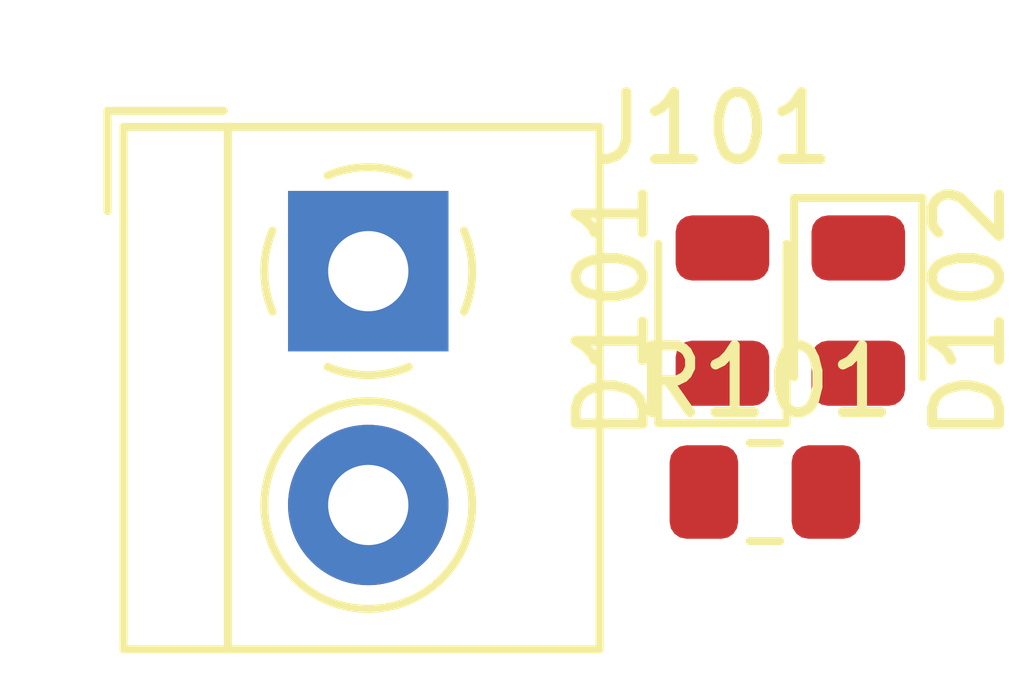
<source format=kicad_pcb>
(kicad_pcb (version 20240108) (generator "pcbnew") (generator_version "8.0")
  (layers (0 "F.Cu" signal) (31 "B.Cu" signal) (34 "B.Paste" user) (35 "F.Paste" user) (36 "B.SilkS" user "B.Silkscreen") (37 "F.SilkS" user "F.Silkscreen") (38 "B.Mask" user) (39 "F.Mask" user) (44 "Edge.Cuts" user))
  (net 0 "")
  (net 1 "Net-(D101-K)")
  (net 2 "/DCC1")
  (net 3 "/DCC0")
  (footprint "LED_SMD:LED_0805_2012Metric" (layer "F.Cu") (at 141.351 76.581 90)
    (property "Reference" "D101" (at 0 -1.65 90) (layer "F.SilkS"))
    (property "Value" "LED_YELLOW")
    (fp_line (start 1 -0.96) (end -1.684999 -0.96) (stroke (width 0.12)) (layer "F.SilkS"))
    (fp_line (start -1.684999 -0.96) (end -1.684999 0.96) (stroke (width 0.12)) (layer "F.SilkS"))
    (fp_line (start -1.684999 0.96) (end 1 0.96) (stroke (width 0.12)) (layer "F.SilkS"))
    (pad "1" smd roundrect (at -0.937501 0 90) (size 0.975 1.4) (layers "F.Cu" "F.Paste" "F.Mask") (net 1 "Net-(D101-K)"))
    (pad "2" smd roundrect (at 0.937501 0 90) (size 0.975 1.4) (layers "F.Cu" "F.Paste" "F.Mask") (net 2 "/DCC1"))
  )
  (footprint "Resistor_SMD:R_0805_2012Metric" (layer "F.Cu") (at 141.986 79.2965)
    (property "Reference" "R101" (at 0 -1.65 0) (layer "F.SilkS"))
    (property "Value" "10k")
    (fp_line (start -0.227064 -0.735) (end 0.227064 -0.735) (stroke (width 0.12)) (layer "F.SilkS"))
    (fp_line (start -0.227064 0.735) (end 0.227064 0.735) (stroke (width 0.12)) (layer "F.SilkS"))
    (pad "1" smd roundrect (at -0.9125 0) (size 1.025 1.4) (layers "F.Cu" "F.Paste" "F.Mask") (roundrect_rratio 0.243902) (net 3 "/DCC0"))
    (pad "2" smd roundrect (at 0.9125 0) (size 1.025 1.4) (layers "F.Cu" "F.Paste" "F.Mask") (roundrect_rratio 0.243902) (net 1 "Net-(D101-K)"))
  )
  (footprint "TerminalBlock_4Ucon:TerminalBlock_4Ucon_1x02_P3.50mm_Horizontal" (layer "F.Cu") (at 136.0535 75.991 -90)
    (property "Reference" "J101" (at -2.133998 -5.1455 0) (layer "F.SilkS"))
    (property "Value" "Conn_01x02")
    (fp_line (start -2.4 3.9) (end -0.900001 3.9) (stroke (width 0.12)) (layer "F.SilkS"))
    (fp_line (start -2.16 3.66) (end 5.66 3.66) (stroke (width 0.12)) (layer "F.SilkS"))
    (fp_line (start -2.4 2.16) (end -2.4 3.9) (stroke (width 0.12)) (layer "F.SilkS"))
    (fp_line (start -2.16 2.1) (end 5.66 2.1) (stroke (width 0.12)) (layer "F.SilkS"))
    (fp_line (start -2.16 -3.46) (end -2.16 3.66) (stroke (width 0.12)) (layer "F.SilkS"))
    (fp_line (start -2.16 -3.46) (end 5.66 -3.46) (stroke (width 0.12)) (layer "F.SilkS"))
    (fp_line (start 5.66 -3.46) (end 5.66 3.66) (stroke (width 0.12)) (layer "F.SilkS"))
    (fp_arc (start 0.027011 1.555493) (mid -0.296984 1.527118) (end -0.608 1.432) (stroke (width 0.12)) (layer "F.SilkS"))
    (fp_arc (start 0.607587 1.431385) (mid 0.310017 1.523783) (end 0 1.555) (stroke (width 0.12)) (layer "F.SilkS"))
    (fp_arc (start -1.432108 0.607742) (mid -1.555726 -0.00014) (end -1.432 -0.608) (stroke (width 0.12)) (layer "F.SilkS"))
    (fp_arc (start 1.432108 -0.607742) (mid 1.555726 0.00014) (end 1.432 0.608) (stroke (width 0.12)) (layer "F.SilkS"))
    (fp_arc (start -0.607742 -1.432108) (mid 0.00014 -1.555726) (end 0.608 -1.432) (stroke (width 0.12)) (layer "F.SilkS"))
    (fp_circle (center 3.5 0) (end 5.055 0) (stroke (width 0.12)) (fill none) (layer "F.SilkS"))
    (pad "1" thru_hole rect (at 0 0 270) (size 2.4 2.4) (drill 1.2) (layers "*.Cu" "*.Mask") (net 2 "/DCC1"))
    (pad "2" thru_hole circle (at 3.5 0 270) (size 2.4 2.4) (drill 1.2) (layers "*.Cu" "*.Mask") (net 3 "/DCC0"))
  )
  (footprint "LED_SMD:LED_0805_2012Metric" (layer "F.Cu") (at 143.383 76.581 -90)
    (property "Reference" "D102" (at 0 -1.65 90) (layer "F.SilkS"))
    (property "Value" "LED_WHITE")
    (fp_line (start -1.684999 0.96) (end 1 0.96) (stroke (width 0.12)) (layer "F.SilkS"))
    (fp_line (start -1.684999 -0.96) (end -1.684999 0.96) (stroke (width 0.12)) (layer "F.SilkS"))
    (fp_line (start 1 -0.96) (end -1.684999 -0.96) (stroke (width 0.12)) (layer "F.SilkS"))
    (pad "1" smd roundrect (at -0.937501 0 270) (size 0.975 1.4) (layers "F.Cu" "F.Paste" "F.Mask") (net 2 "/DCC1"))
    (pad "2" smd roundrect (at 0.937501 0 270) (size 0.975 1.4) (layers "F.Cu" "F.Paste" "F.Mask") (net 1 "Net-(D101-K)"))
  )
)
</source>
